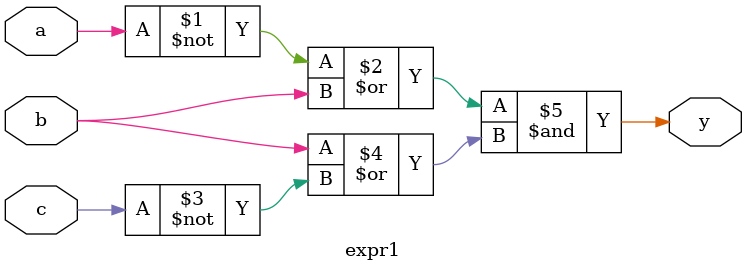
<source format=v>
/*
    Arquitetura de Computadores I - Guia_03
    793605 - Caio Faria Diniz
*/

/* b.) (𝑥′.𝑦)′.(𝑥′.𝑦′)′ */

module expr1 (
    input a, b, c,
    output y
);
    assign y = (~a | b) & (b | ~c);
endmodule

</source>
